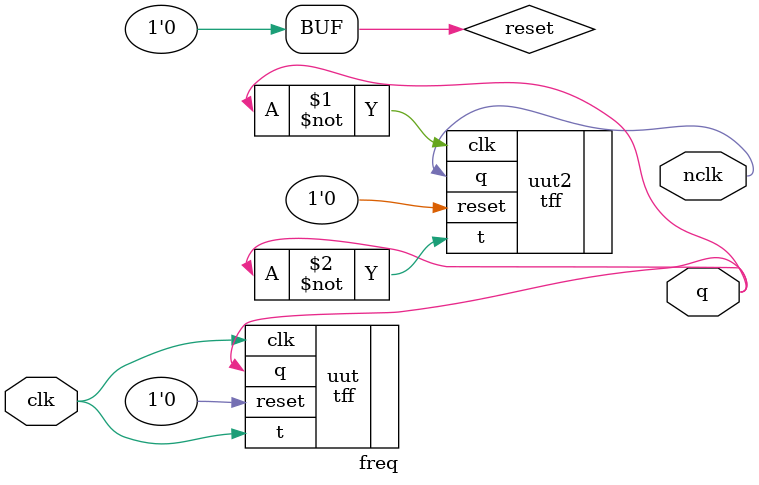
<source format=v>
`include "tff_asr.v"

module freq (input clk, output q, output nclk);
    reg reset;

    initial begin
        reset = 1;
        #5 reset = 0;
    end

    tff uut (
        .clk(clk),
        .reset(reset),
        .t(clk),
        .q(q)
    );

    tff uut2 (
        .clk(~q),
        .reset(reset),
        .t(~q),
        .q(nclk)
    );
endmodule
</source>
